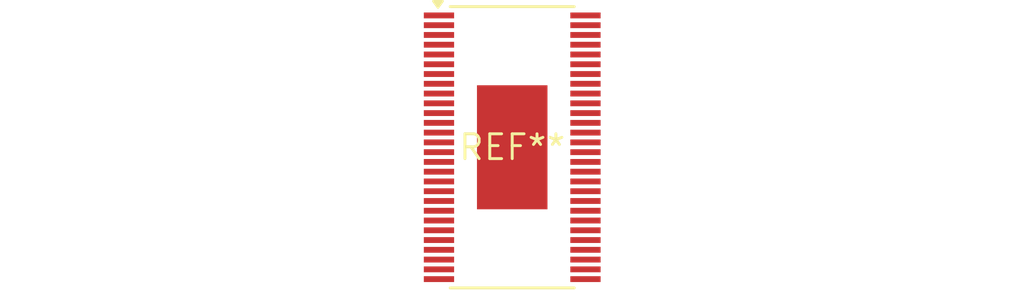
<source format=kicad_pcb>
(kicad_pcb (version 20240108) (generator pcbnew)
  (layers (0 "F.Cu" signal) (31 "B.Cu" signal) (34 "B.Paste" user) (35 "F.Paste" user) (36 "B.SilkS" user "B.Silkscreen") (37 "F.SilkS" user "F.Silkscreen") (38 "B.Mask" user) (39 "F.Mask" user) (44 "Edge.Cuts" user))
  (net 0 "")
  (footprint "HTSSOP-56-1EP_6.1x14mm_P0.5mm_EP3.61x6.35mm" (layer "F.Cu") (at 0 0)
    (property "Reference" "REF**")
    (property "Value" "HTSSOP-56-1EP_6.1x14mm_P0.5mm_EP3.61x6.35mm")
    (fp_line (start -3.175 -7.2) (end 3.175 -7.2) (layer "F.SilkS") (stroke (width 0.15)))
    (fp_line (start -3.175 7.2) (end 3.175 7.2) (layer "F.SilkS") (stroke (width 0.15)))
    (fp_poly (pts (xy -3.8 -7.15) (xy -4.04 -7.48) (xy -3.56 -7.48) (xy -3.8 -7.15)) (layer "F.SilkS") (stroke (width 0.12)) (fill solid))
    (pad "1" smd rect (at -3.75 -6.75) (size 1.55 0.3) (layers "F.Cu" "F.Paste" "F.Mask"))
    (pad "2" smd rect (at -3.75 -6.25) (size 1.55 0.3) (layers "F.Cu" "F.Paste" "F.Mask"))
    (pad "3" smd rect (at -3.75 -5.75) (size 1.55 0.3) (layers "F.Cu" "F.Paste" "F.Mask"))
    (pad "4" smd rect (at -3.75 -5.25) (size 1.55 0.3) (layers "F.Cu" "F.Paste" "F.Mask"))
    (pad "5" smd rect (at -3.75 -4.75) (size 1.55 0.3) (layers "F.Cu" "F.Paste" "F.Mask"))
    (pad "6" smd rect (at -3.75 -4.25) (size 1.55 0.3) (layers "F.Cu" "F.Paste" "F.Mask"))
    (pad "7" smd rect (at -3.75 -3.75) (size 1.55 0.3) (layers "F.Cu" "F.Paste" "F.Mask"))
    (pad "8" smd rect (at -3.75 -3.25) (size 1.55 0.3) (layers "F.Cu" "F.Paste" "F.Mask"))
    (pad "9" smd rect (at -3.75 -2.75) (size 1.55 0.3) (layers "F.Cu" "F.Paste" "F.Mask"))
    (pad "10" smd rect (at -3.75 -2.25) (size 1.55 0.3) (layers "F.Cu" "F.Paste" "F.Mask"))
    (pad "11" smd rect (at -3.75 -1.75) (size 1.55 0.3) (layers "F.Cu" "F.Paste" "F.Mask"))
    (pad "12" smd rect (at -3.75 -1.25) (size 1.55 0.3) (layers "F.Cu" "F.Paste" "F.Mask"))
    (pad "13" smd rect (at -3.75 -0.75) (size 1.55 0.3) (layers "F.Cu" "F.Paste" "F.Mask"))
    (pad "14" smd rect (at -3.75 -0.25) (size 1.55 0.3) (layers "F.Cu" "F.Paste" "F.Mask"))
    (pad "15" smd rect (at -3.75 0.25) (size 1.55 0.3) (layers "F.Cu" "F.Paste" "F.Mask"))
    (pad "16" smd rect (at -3.75 0.75) (size 1.55 0.3) (layers "F.Cu" "F.Paste" "F.Mask"))
    (pad "17" smd rect (at -3.75 1.25) (size 1.55 0.3) (layers "F.Cu" "F.Paste" "F.Mask"))
    (pad "18" smd rect (at -3.75 1.75) (size 1.55 0.3) (layers "F.Cu" "F.Paste" "F.Mask"))
    (pad "19" smd rect (at -3.75 2.25) (size 1.55 0.3) (layers "F.Cu" "F.Paste" "F.Mask"))
    (pad "20" smd rect (at -3.75 2.75) (size 1.55 0.3) (layers "F.Cu" "F.Paste" "F.Mask"))
    (pad "21" smd rect (at -3.75 3.25) (size 1.55 0.3) (layers "F.Cu" "F.Paste" "F.Mask"))
    (pad "22" smd rect (at -3.75 3.75) (size 1.55 0.3) (layers "F.Cu" "F.Paste" "F.Mask"))
    (pad "23" smd rect (at -3.75 4.25) (size 1.55 0.3) (layers "F.Cu" "F.Paste" "F.Mask"))
    (pad "24" smd rect (at -3.75 4.75) (size 1.55 0.3) (layers "F.Cu" "F.Paste" "F.Mask"))
    (pad "25" smd rect (at -3.75 5.25) (size 1.55 0.3) (layers "F.Cu" "F.Paste" "F.Mask"))
    (pad "26" smd rect (at -3.75 5.75) (size 1.55 0.3) (layers "F.Cu" "F.Paste" "F.Mask"))
    (pad "27" smd rect (at -3.75 6.25) (size 1.55 0.3) (layers "F.Cu" "F.Paste" "F.Mask"))
    (pad "28" smd rect (at -3.75 6.75) (size 1.55 0.3) (layers "F.Cu" "F.Paste" "F.Mask"))
    (pad "29" smd rect (at 3.75 6.75) (size 1.55 0.3) (layers "F.Cu" "F.Paste" "F.Mask"))
    (pad "30" smd rect (at 3.75 6.25) (size 1.55 0.3) (layers "F.Cu" "F.Paste" "F.Mask"))
    (pad "31" smd rect (at 3.75 5.75) (size 1.55 0.3) (layers "F.Cu" "F.Paste" "F.Mask"))
    (pad "32" smd rect (at 3.75 5.25) (size 1.55 0.3) (layers "F.Cu" "F.Paste" "F.Mask"))
    (pad "33" smd rect (at 3.75 4.75) (size 1.55 0.3) (layers "F.Cu" "F.Paste" "F.Mask"))
    (pad "34" smd rect (at 3.75 4.25) (size 1.55 0.3) (layers "F.Cu" "F.Paste" "F.Mask"))
    (pad "35" smd rect (at 3.75 3.75) (size 1.55 0.3) (layers "F.Cu" "F.Paste" "F.Mask"))
    (pad "36" smd rect (at 3.75 3.25) (size 1.55 0.3) (layers "F.Cu" "F.Paste" "F.Mask"))
    (pad "37" smd rect (at 3.75 2.75) (size 1.55 0.3) (layers "F.Cu" "F.Paste" "F.Mask"))
    (pad "38" smd rect (at 3.75 2.25) (size 1.55 0.3) (layers "F.Cu" "F.Paste" "F.Mask"))
    (pad "39" smd rect (at 3.75 1.75) (size 1.55 0.3) (layers "F.Cu" "F.Paste" "F.Mask"))
    (pad "40" smd rect (at 3.75 1.25) (size 1.55 0.3) (layers "F.Cu" "F.Paste" "F.Mask"))
    (pad "41" smd rect (at 3.75 0.75) (size 1.55 0.3) (layers "F.Cu" "F.Paste" "F.Mask"))
    (pad "42" smd rect (at 3.75 0.25) (size 1.55 0.3) (layers "F.Cu" "F.Paste" "F.Mask"))
    (pad "43" smd rect (at 3.75 -0.25) (size 1.55 0.3) (layers "F.Cu" "F.Paste" "F.Mask"))
    (pad "44" smd rect (at 3.75 -0.75) (size 1.55 0.3) (layers "F.Cu" "F.Paste" "F.Mask"))
    (pad "45" smd rect (at 3.75 -1.25) (size 1.55 0.3) (layers "F.Cu" "F.Paste" "F.Mask"))
    (pad "46" smd rect (at 3.75 -1.75) (size 1.55 0.3) (layers "F.Cu" "F.Paste" "F.Mask"))
    (pad "47" smd rect (at 3.75 -2.25) (size 1.55 0.3) (layers "F.Cu" "F.Paste" "F.Mask"))
    (pad "48" smd rect (at 3.75 -2.75) (size 1.55 0.3) (layers "F.Cu" "F.Paste" "F.Mask"))
    (pad "49" smd rect (at 3.75 -3.25) (size 1.55 0.3) (layers "F.Cu" "F.Paste" "F.Mask"))
    (pad "50" smd rect (at 3.75 -3.75) (size 1.55 0.3) (layers "F.Cu" "F.Paste" "F.Mask"))
    (pad "51" smd rect (at 3.75 -4.25) (size 1.55 0.3) (layers "F.Cu" "F.Paste" "F.Mask"))
    (pad "52" smd rect (at 3.75 -4.75) (size 1.55 0.3) (layers "F.Cu" "F.Paste" "F.Mask"))
    (pad "53" smd rect (at 3.75 -5.25) (size 1.55 0.3) (layers "F.Cu" "F.Paste" "F.Mask"))
    (pad "54" smd rect (at 3.75 -5.75) (size 1.55 0.3) (layers "F.Cu" "F.Paste" "F.Mask"))
    (pad "55" smd rect (at 3.75 -6.25) (size 1.55 0.3) (layers "F.Cu" "F.Paste" "F.Mask"))
    (pad "56" smd rect (at 3.75 -6.75) (size 1.55 0.3) (layers "F.Cu" "F.Paste" "F.Mask"))
    (pad "57" smd rect (at 0 0) (size 3.61 6.35) (layers "F.Cu" "F.Mask"))
  )
)
</source>
